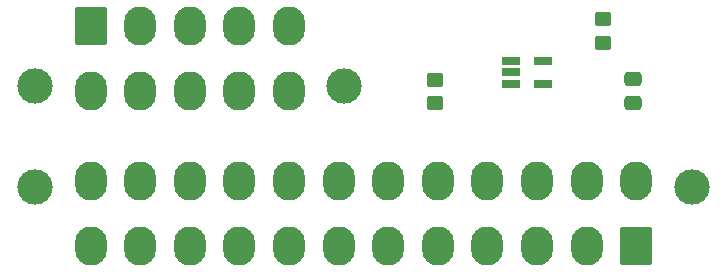
<source format=gts>
%TF.GenerationSoftware,KiCad,Pcbnew,7.0.11*%
%TF.CreationDate,2024-08-14T14:47:57+09:00*%
%TF.ProjectId,mac_psu_atx_adapter,6d61635f-7073-4755-9f61-74785f616461,rev?*%
%TF.SameCoordinates,Original*%
%TF.FileFunction,Soldermask,Top*%
%TF.FilePolarity,Negative*%
%FSLAX46Y46*%
G04 Gerber Fmt 4.6, Leading zero omitted, Abs format (unit mm)*
G04 Created by KiCad (PCBNEW 7.0.11) date 2024-08-14 14:47:57*
%MOMM*%
%LPD*%
G01*
G04 APERTURE LIST*
G04 Aperture macros list*
%AMRoundRect*
0 Rectangle with rounded corners*
0 $1 Rounding radius*
0 $2 $3 $4 $5 $6 $7 $8 $9 X,Y pos of 4 corners*
0 Add a 4 corners polygon primitive as box body*
4,1,4,$2,$3,$4,$5,$6,$7,$8,$9,$2,$3,0*
0 Add four circle primitives for the rounded corners*
1,1,$1+$1,$2,$3*
1,1,$1+$1,$4,$5*
1,1,$1+$1,$6,$7*
1,1,$1+$1,$8,$9*
0 Add four rect primitives between the rounded corners*
20,1,$1+$1,$2,$3,$4,$5,0*
20,1,$1+$1,$4,$5,$6,$7,0*
20,1,$1+$1,$6,$7,$8,$9,0*
20,1,$1+$1,$8,$9,$2,$3,0*%
G04 Aperture macros list end*
%ADD10RoundRect,0.250000X-0.475000X0.337500X-0.475000X-0.337500X0.475000X-0.337500X0.475000X0.337500X0*%
%ADD11C,3.000000*%
%ADD12RoundRect,0.250001X1.099999X1.399999X-1.099999X1.399999X-1.099999X-1.399999X1.099999X-1.399999X0*%
%ADD13O,2.700000X3.300000*%
%ADD14RoundRect,0.250000X-0.450000X0.350000X-0.450000X-0.350000X0.450000X-0.350000X0.450000X0.350000X0*%
%ADD15R,1.560000X0.650000*%
G04 APERTURE END LIST*
D10*
%TO.C,C1*%
X165100000Y-92942500D03*
X165100000Y-95017500D03*
%TD*%
D11*
%TO.C,J2*%
X170040000Y-102060000D03*
X114440000Y-102060000D03*
D12*
X165340000Y-107100000D03*
D13*
X161140000Y-107100000D03*
X156940000Y-107100000D03*
X152740000Y-107100000D03*
X148540000Y-107100000D03*
X144340000Y-107100000D03*
X140140000Y-107100000D03*
X135940000Y-107100000D03*
X131740000Y-107100000D03*
X127540000Y-107100000D03*
X123340000Y-107100000D03*
X119140000Y-107100000D03*
X165340000Y-101600000D03*
X161140000Y-101600000D03*
X156940000Y-101600000D03*
X152740000Y-101600000D03*
X148540000Y-101600000D03*
X144340000Y-101600000D03*
X140140000Y-101600000D03*
X135940000Y-101600000D03*
X131740000Y-101600000D03*
X127540000Y-101600000D03*
X123340000Y-101600000D03*
X119140000Y-101600000D03*
%TD*%
D14*
%TO.C,R1*%
X148320000Y-93010000D03*
X148320000Y-95010000D03*
%TD*%
%TO.C,R2*%
X162560000Y-87900000D03*
X162560000Y-89900000D03*
%TD*%
D15*
%TO.C,U1*%
X154780000Y-91440000D03*
X154780000Y-92390000D03*
X154780000Y-93340000D03*
X157480000Y-93340000D03*
X157480000Y-91440000D03*
%TD*%
D11*
%TO.C,J1*%
X140640000Y-93520000D03*
X114440000Y-93520000D03*
D12*
X119140000Y-88480000D03*
D13*
X123340000Y-88480000D03*
X127540000Y-88480000D03*
X131740000Y-88480000D03*
X135940000Y-88480000D03*
X119140000Y-93980000D03*
X123340000Y-93980000D03*
X127540000Y-93980000D03*
X131740000Y-93980000D03*
X135940000Y-93980000D03*
%TD*%
M02*

</source>
